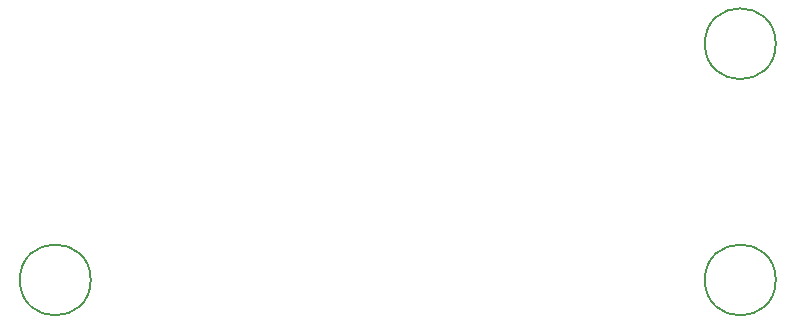
<source format=gbr>
%TF.GenerationSoftware,KiCad,Pcbnew,(6.0.7)*%
%TF.CreationDate,2022-09-08T00:59:07-04:00*%
%TF.ProjectId,Pi_Adapter,50695f41-6461-4707-9465-722e6b696361,v1*%
%TF.SameCoordinates,Original*%
%TF.FileFunction,Other,Comment*%
%FSLAX46Y46*%
G04 Gerber Fmt 4.6, Leading zero omitted, Abs format (unit mm)*
G04 Created by KiCad (PCBNEW (6.0.7)) date 2022-09-08 00:59:07*
%MOMM*%
%LPD*%
G01*
G04 APERTURE LIST*
%ADD10C,0.150000*%
G04 APERTURE END LIST*
D10*
%TO.C,H3*%
X143040000Y-44310000D02*
G75*
G03*
X143040000Y-44310000I-3000000J0D01*
G01*
%TO.C,H2*%
X143040000Y-64310000D02*
G75*
G03*
X143040000Y-64310000I-3000000J0D01*
G01*
%TO.C,H1*%
X85040000Y-64310000D02*
G75*
G03*
X85040000Y-64310000I-3000000J0D01*
G01*
%TD*%
M02*

</source>
